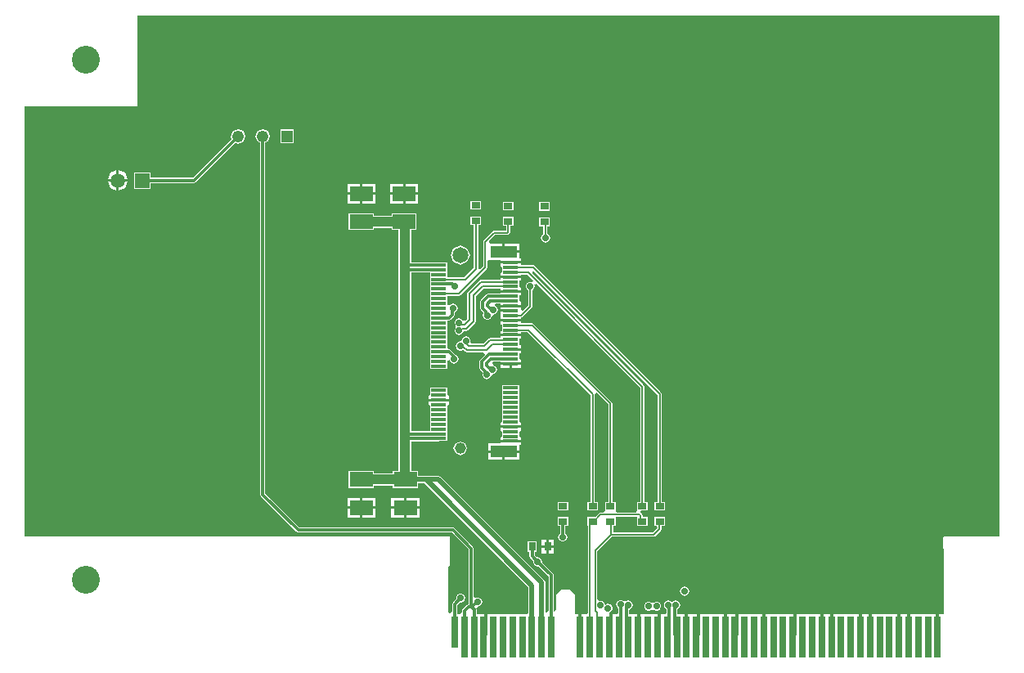
<source format=gbl>
G04*
G04 #@! TF.GenerationSoftware,Altium Limited,Altium Designer,20.0.13 (296)*
G04*
G04 Layer_Physical_Order=4*
G04 Layer_Color=16711680*
%FSLAX44Y44*%
%MOMM*%
G71*
G01*
G75*
%ADD10C,0.2000*%
%ADD13R,0.7000X4.2000*%
%ADD14R,0.7000X3.2000*%
%ADD15C,1.6500*%
%ADD16C,1.1500*%
%ADD17C,1.2180*%
%ADD18R,1.2180X1.2180*%
%ADD19R,1.5000X1.5000*%
%ADD20C,1.5000*%
%ADD21C,2.8800*%
%ADD22C,3.2000*%
%ADD23C,0.3000*%
%ADD24C,0.5000*%
%ADD25C,0.7000*%
%ADD36R,2.7500X1.2000*%
%ADD37R,1.5500X0.3000*%
%ADD38R,0.9000X0.7000*%
%ADD39R,0.7000X0.9000*%
%ADD40R,2.4000X1.5000*%
%ADD41C,1.0000*%
G36*
X1020588Y138582D02*
X963000D01*
X962235Y138265D01*
X961918Y137500D01*
Y127500D01*
X962235Y126735D01*
X963000Y126418D01*
X962990Y58557D01*
X689286Y58562D01*
X686976Y58743D01*
Y63106D01*
X687054Y63293D01*
X688944Y64076D01*
X690371Y67520D01*
X688944Y70964D01*
X685500Y72391D01*
X683417Y71528D01*
X681500Y71091D01*
X679583Y71528D01*
X677500Y72391D01*
X674056Y70964D01*
X672629Y67520D01*
X674056Y64076D01*
X675947Y63293D01*
X676024Y63106D01*
Y61062D01*
X676006Y60312D01*
X674256Y58562D01*
X639286Y58563D01*
X636976Y58743D01*
Y62986D01*
X639657Y64097D01*
X641084Y67541D01*
X639657Y70985D01*
X636213Y72412D01*
X634372Y71649D01*
X631651Y71686D01*
X628207Y73113D01*
X624763Y71686D01*
X623336Y68242D01*
X624763Y64798D01*
X626024Y64275D01*
Y61063D01*
X626005Y60312D01*
X624256Y58563D01*
X619902Y58563D01*
X618924Y61063D01*
X620201Y64146D01*
X618774Y67590D01*
X615330Y69017D01*
X612314Y67768D01*
X610944Y71074D01*
X607500Y72501D01*
X606163Y71947D01*
X604085Y73336D01*
Y123113D01*
X619357Y138385D01*
X662740D01*
X664271Y139019D01*
X670201Y144949D01*
X670835Y146480D01*
Y149700D01*
X674180D01*
Y158700D01*
X663180D01*
Y149700D01*
X666079D01*
X666329Y147200D01*
X661843Y142715D01*
X620625D01*
Y149700D01*
X623240D01*
Y158700D01*
X625469Y159355D01*
X643081D01*
X645310Y158700D01*
Y149700D01*
X656310D01*
Y158700D01*
X651105D01*
Y160348D01*
X650471Y161879D01*
X649299Y163051D01*
X648939Y163200D01*
X649436Y165700D01*
X656310D01*
Y174700D01*
X652975D01*
Y293940D01*
X652341Y295471D01*
X536690Y411121D01*
X537513Y413834D01*
X538148Y413960D01*
X666515Y285593D01*
Y174700D01*
X663180D01*
Y165700D01*
X674180D01*
Y174700D01*
X670845D01*
Y286490D01*
X670211Y288021D01*
X539201Y419031D01*
X537670Y419665D01*
X524790D01*
Y421230D01*
X514500D01*
X504210D01*
Y418460D01*
X504210D01*
X505750Y416920D01*
X505750Y415000D01*
X505750Y413080D01*
X504210Y411540D01*
X504210D01*
Y408770D01*
X514500D01*
X524790D01*
Y410055D01*
X531633D01*
X537846Y403843D01*
X536430Y401723D01*
X534770Y402411D01*
X531326Y400984D01*
X529899Y397540D01*
X531326Y394096D01*
X532605Y393566D01*
Y378003D01*
X527100Y372497D01*
X525471Y373172D01*
X524790Y373723D01*
Y376230D01*
X514500D01*
X504210D01*
Y373770D01*
X514500D01*
Y371230D01*
X504210D01*
Y368460D01*
X504210D01*
Y366540D01*
X504210D01*
Y363770D01*
X514500D01*
X524790D01*
Y365335D01*
X525164D01*
X526695Y365969D01*
X536301Y375575D01*
X536935Y377106D01*
Y393566D01*
X538214Y394096D01*
X539641Y397540D01*
X538953Y399200D01*
X541073Y400616D01*
X648645Y293043D01*
Y174700D01*
X645310D01*
Y166185D01*
X645310Y165700D01*
X644140Y163685D01*
X624410D01*
X623240Y165700D01*
X623240Y166185D01*
Y174700D01*
X619905D01*
Y276500D01*
X619271Y278031D01*
X538271Y359031D01*
X536740Y359665D01*
X524790D01*
Y361230D01*
X514500D01*
X504210D01*
Y358460D01*
X505750D01*
Y351540D01*
X504210D01*
Y348770D01*
X514500D01*
X524790D01*
Y350035D01*
X532183D01*
X597185Y285033D01*
Y174700D01*
X593850D01*
Y165700D01*
X604850D01*
Y174700D01*
X601515D01*
Y285930D01*
X601375Y286268D01*
X603494Y287684D01*
X615575Y275603D01*
Y174700D01*
X612240D01*
Y166185D01*
X612240Y165700D01*
X611070Y163685D01*
X607670D01*
X606139Y163051D01*
X601788Y158700D01*
X593850D01*
Y149700D01*
X594335D01*
Y60332D01*
X592567Y58564D01*
X581090Y58564D01*
X581090Y78390D01*
X575510Y83970D01*
X567450Y83970D01*
X561890Y78410D01*
X561890Y62778D01*
X559390Y61108D01*
X559206Y61184D01*
Y98590D01*
X558413Y100503D01*
X546935Y111982D01*
X547241Y112720D01*
X545814Y116164D01*
X542370Y117591D01*
X541632Y117285D01*
X539396Y119521D01*
Y122710D01*
X541190D01*
Y133710D01*
X532190D01*
Y122710D01*
X533984D01*
Y118400D01*
X534777Y116487D01*
X537805Y113458D01*
X537499Y112720D01*
X538926Y109276D01*
X542370Y107849D01*
X543108Y108155D01*
X553794Y97469D01*
Y61587D01*
X551487Y59866D01*
X550288Y60362D01*
Y91050D01*
X549179Y93729D01*
X549179Y93729D01*
X442579Y200329D01*
X439900Y201438D01*
X439900Y201438D01*
X427090D01*
X427090Y201438D01*
X427090Y201438D01*
X418500D01*
Y206150D01*
X411304D01*
Y237294D01*
X440000D01*
X440497Y237500D01*
X448750D01*
Y245000D01*
X448750Y247500D01*
X448750D01*
Y247500D01*
X448750D01*
Y257500D01*
X448750Y262500D01*
X448750Y265000D01*
X448750Y272500D01*
X448750Y274420D01*
X450290Y275960D01*
X450290D01*
Y278730D01*
X440000D01*
X429710D01*
Y275960D01*
X429710D01*
X431250Y274420D01*
X431250Y272500D01*
X431250Y270000D01*
X431250Y262500D01*
X431250Y260000D01*
Y247706D01*
X411304D01*
Y412294D01*
X431250D01*
Y400000D01*
X431250Y397500D01*
X431250D01*
Y397500D01*
X431250D01*
Y392500D01*
X431250Y387500D01*
X431250Y385000D01*
Y377500D01*
X431250Y372500D01*
X431250Y370000D01*
Y365000D01*
X431250Y362500D01*
X431250D01*
Y362500D01*
X431250D01*
Y352500D01*
X431250Y347500D01*
X431250Y345000D01*
X431250Y337500D01*
X431250Y335000D01*
Y327500D01*
X431250Y322500D01*
X431250Y320000D01*
Y312500D01*
X448750D01*
Y317500D01*
X448750Y321111D01*
X451250Y321608D01*
X452386Y318866D01*
X455830Y317439D01*
X459274Y318866D01*
X460701Y322310D01*
X459274Y325754D01*
X457475Y326499D01*
X456978Y327699D01*
X452764Y331913D01*
X450850Y332706D01*
X450518D01*
X448750Y334474D01*
X448750Y337500D01*
X448750Y340000D01*
X448750Y347500D01*
X448750Y350000D01*
Y362294D01*
X450690D01*
X452603Y363087D01*
X455958Y366441D01*
X456751Y368355D01*
Y370863D01*
X458254Y371486D01*
X459681Y374930D01*
X458254Y378374D01*
X454810Y379801D01*
X451366Y378374D01*
X451250Y378094D01*
X448750Y378592D01*
Y382500D01*
X448750Y387500D01*
X451111Y387835D01*
X460810D01*
X462341Y388469D01*
X489541Y415669D01*
X490175Y417200D01*
Y422785D01*
X490960Y424960D01*
X492675Y424960D01*
X504210D01*
Y423770D01*
X514500D01*
X524790D01*
Y426540D01*
X523540D01*
Y432230D01*
X507250D01*
Y433500D01*
X505980D01*
Y442040D01*
X493057D01*
X492021Y444540D01*
X498297Y450815D01*
X510778D01*
X512309Y451449D01*
X513481Y452621D01*
X514115Y454152D01*
Y460430D01*
X517450D01*
Y469430D01*
X506450D01*
Y460430D01*
X509785D01*
Y455145D01*
X497400D01*
X495869Y454511D01*
X486479Y445121D01*
X485845Y443590D01*
Y418097D01*
X483064Y415316D01*
X482213Y415579D01*
X480755Y416542D01*
Y440802D01*
X480735Y440850D01*
Y461130D01*
X484070D01*
Y470130D01*
X473070D01*
Y461130D01*
X476405D01*
Y440821D01*
X476425Y440773D01*
Y416927D01*
X466663Y407165D01*
X448750D01*
Y412500D01*
X448750D01*
X448750Y415000D01*
Y422500D01*
X440497D01*
X440000Y422706D01*
X411304D01*
Y456110D01*
X417120D01*
Y473110D01*
X391120D01*
Y471104D01*
X372860D01*
Y473110D01*
X346860D01*
Y456110D01*
X372860D01*
Y458116D01*
X391120D01*
Y456110D01*
X398316D01*
Y420190D01*
Y415070D01*
Y245340D01*
Y239900D01*
Y206150D01*
X392500D01*
Y204144D01*
X372860D01*
Y206150D01*
X346860D01*
Y189150D01*
X372860D01*
Y191156D01*
X392500D01*
Y189150D01*
X418500D01*
Y193862D01*
X425521D01*
X532712Y86671D01*
Y60333D01*
X530944Y58565D01*
X479206Y58566D01*
Y63290D01*
X478988Y63815D01*
X480610Y65849D01*
X484054Y67276D01*
X485481Y70720D01*
X484054Y74164D01*
X480610Y75591D01*
X478869Y74869D01*
X476369Y76540D01*
Y126507D01*
X475576Y128421D01*
X456703Y147293D01*
X454790Y148086D01*
X295661D01*
X260406Y183341D01*
Y546617D01*
X263126Y547743D01*
X265374Y553170D01*
X263126Y558596D01*
X257700Y560844D01*
X252274Y558596D01*
X250026Y553170D01*
X252274Y547743D01*
X254994Y546617D01*
Y182220D01*
X255787Y180307D01*
X292627Y143467D01*
X294540Y142674D01*
X453669D01*
X470957Y125386D01*
Y68742D01*
X469264Y68041D01*
X464586Y63363D01*
X463794Y61450D01*
Y60334D01*
X462026Y58566D01*
X459206Y58566D01*
Y67519D01*
X462022Y70335D01*
X462760Y70029D01*
X466204Y71456D01*
X467631Y74900D01*
X466204Y78344D01*
X462760Y79771D01*
X459316Y78344D01*
X457889Y74900D01*
X458195Y74162D01*
X454586Y70553D01*
X453794Y68640D01*
Y60940D01*
X451754Y59223D01*
X449990Y59686D01*
X449990Y107445D01*
X450209Y107664D01*
X450657Y107849D01*
X450657Y107850D01*
X450974Y107981D01*
X450974Y107981D01*
X451269Y108276D01*
X451269Y108276D01*
X451586Y109041D01*
X451586Y109041D01*
X451586Y109593D01*
X451586Y136948D01*
Y137202D01*
Y137202D01*
X451586Y137600D01*
X451586Y137600D01*
X451504Y137799D01*
Y138014D01*
X451504Y138014D01*
X451427Y138200D01*
X451286Y138341D01*
Y138341D01*
X451285Y138342D01*
X451275Y138352D01*
X451269Y138366D01*
X451269Y138366D01*
X451192Y138551D01*
X451051Y138693D01*
X450852Y138775D01*
X450700Y138927D01*
X450515Y139004D01*
X450514Y139004D01*
X450299Y139004D01*
X450101Y139086D01*
X450100Y139086D01*
X449094Y139086D01*
X11082D01*
Y583918D01*
X127000D01*
X127765Y584235D01*
X128082Y585000D01*
Y677918D01*
X1020588D01*
Y138582D01*
D02*
G37*
%LPC*%
G36*
X290190Y560260D02*
X276010D01*
Y546080D01*
X290190D01*
Y560260D01*
D02*
G37*
G36*
X232300Y560844D02*
X226873Y558596D01*
X224626Y553170D01*
X225753Y550449D01*
X185459Y510156D01*
X141570D01*
Y515950D01*
X124570D01*
Y498950D01*
X141570D01*
Y504744D01*
X186580D01*
X188493Y505537D01*
X229580Y546623D01*
X232300Y545496D01*
X237726Y547743D01*
X239974Y553170D01*
X237726Y558596D01*
X232300Y560844D01*
D02*
G37*
G36*
X108940Y517791D02*
Y508720D01*
X118011D01*
X115354Y515134D01*
X108940Y517791D01*
D02*
G37*
G36*
X106400Y517791D02*
X99986Y515134D01*
X97329Y508720D01*
X106400D01*
Y517791D01*
D02*
G37*
G36*
X118011Y506180D02*
X108940D01*
Y497109D01*
X115354Y499766D01*
X118011Y506180D01*
D02*
G37*
G36*
X106400D02*
X97329D01*
X99986Y499766D01*
X106400Y497109D01*
Y506180D01*
D02*
G37*
G36*
X418660Y503650D02*
X405390D01*
Y494880D01*
X418660D01*
Y503650D01*
D02*
G37*
G36*
X402850D02*
X389580D01*
Y494880D01*
X402850D01*
Y503650D01*
D02*
G37*
G36*
X374400D02*
X361130D01*
Y494880D01*
X374400D01*
Y503650D01*
D02*
G37*
G36*
X358590D02*
X345320D01*
Y494880D01*
X358590D01*
Y503650D01*
D02*
G37*
G36*
X418660Y492340D02*
X405390D01*
Y483570D01*
X418660D01*
Y492340D01*
D02*
G37*
G36*
X402850D02*
X389580D01*
Y483570D01*
X402850D01*
Y492340D01*
D02*
G37*
G36*
X374400D02*
X361130D01*
Y483570D01*
X374400D01*
Y492340D01*
D02*
G37*
G36*
X358590D02*
X345320D01*
Y483570D01*
X358590D01*
Y492340D01*
D02*
G37*
G36*
X484070Y486130D02*
X473070D01*
Y477130D01*
X484070D01*
Y486130D01*
D02*
G37*
G36*
X517450Y485430D02*
X506450D01*
Y476430D01*
X517450D01*
Y485430D01*
D02*
G37*
G36*
X555050Y485080D02*
X544050D01*
Y476080D01*
X555050D01*
Y485080D01*
D02*
G37*
G36*
Y469080D02*
X544050D01*
Y460080D01*
X548285D01*
Y452004D01*
X547006Y451474D01*
X545579Y448030D01*
X547006Y444586D01*
X550450Y443159D01*
X553894Y444586D01*
X555321Y448030D01*
X553894Y451474D01*
X552615Y452004D01*
Y460080D01*
X555050D01*
Y469080D01*
D02*
G37*
G36*
X523540Y442040D02*
X508520D01*
Y434770D01*
X523540D01*
Y442040D01*
D02*
G37*
G36*
X462250Y440012D02*
X455170Y437080D01*
X452238Y430000D01*
X455170Y422920D01*
X462250Y419988D01*
X469330Y422920D01*
X472262Y430000D01*
X469330Y437080D01*
X462250Y440012D01*
D02*
G37*
G36*
X524790Y406230D02*
X514500D01*
X504210D01*
Y404435D01*
X483289D01*
X481759Y403801D01*
X470069Y392111D01*
X469435Y390580D01*
Y364327D01*
X467296Y362188D01*
X464844Y362675D01*
X464484Y363544D01*
X461040Y364971D01*
X457596Y363544D01*
X456169Y360100D01*
X457032Y358017D01*
X457469Y356100D01*
X457032Y354183D01*
X456169Y352100D01*
X457596Y348656D01*
X461040Y347229D01*
X464484Y348656D01*
X465731Y351665D01*
X468420D01*
X469951Y352299D01*
X477671Y360019D01*
X478305Y361549D01*
Y387803D01*
X486067Y395565D01*
X504210D01*
Y393770D01*
X514500D01*
X524790D01*
Y396540D01*
X524790D01*
X523250Y398080D01*
X523250Y400000D01*
X523250D01*
Y400000D01*
X523250D01*
Y403460D01*
X524790D01*
Y406230D01*
D02*
G37*
G36*
Y391230D02*
X514500D01*
X504210D01*
Y390206D01*
X491095D01*
X489181Y389413D01*
X483383Y383615D01*
X482591Y381702D01*
Y375075D01*
X483383Y373161D01*
X486396Y370149D01*
X486608Y369636D01*
X485769Y367610D01*
X487196Y364166D01*
X490640Y362739D01*
X494084Y364166D01*
X494947Y366249D01*
X495993Y367914D01*
X497658Y368960D01*
X499741Y369823D01*
X501168Y373267D01*
X499741Y376711D01*
X498334Y377294D01*
X498831Y379794D01*
X504210D01*
Y378770D01*
X514500D01*
X524790D01*
Y381540D01*
X524790D01*
X523250Y383080D01*
X523250Y385000D01*
X523250D01*
Y385000D01*
X523250D01*
Y388460D01*
X524790D01*
Y391230D01*
D02*
G37*
G36*
Y346230D02*
X514500D01*
X504210D01*
Y344435D01*
X493399D01*
X491868Y343801D01*
X486438Y338371D01*
X474008D01*
X472619Y340449D01*
X472979Y341318D01*
X471553Y344762D01*
X468108Y346189D01*
X464664Y344762D01*
X463801Y342679D01*
X462755Y341015D01*
X461091Y339969D01*
X459007Y339106D01*
X457581Y335662D01*
X459007Y332217D01*
X462451Y330791D01*
X465461Y332037D01*
X467363Y330135D01*
X468894Y329501D01*
X486524D01*
X487559Y327001D01*
X482633Y322075D01*
X481841Y320162D01*
Y313535D01*
X482633Y311621D01*
X485646Y308609D01*
X485858Y308096D01*
X485019Y306070D01*
X486446Y302626D01*
X489890Y301199D01*
X493334Y302626D01*
X494197Y304709D01*
X495243Y306374D01*
X496908Y307420D01*
X498991Y308283D01*
X500418Y311727D01*
X498991Y315171D01*
X496755Y316097D01*
X495585Y318907D01*
X496133Y319794D01*
X504210D01*
Y318770D01*
X514500D01*
X524790D01*
Y321540D01*
X524790D01*
X523250Y323080D01*
X523250Y325000D01*
X523250D01*
Y325000D01*
X523250D01*
Y328460D01*
X524790D01*
Y331230D01*
X514500D01*
Y333770D01*
X524790D01*
Y336540D01*
X523250D01*
Y343460D01*
X524790D01*
Y346230D01*
D02*
G37*
G36*
Y316230D02*
X515770D01*
Y313460D01*
X524790D01*
Y316230D01*
D02*
G37*
G36*
X513230D02*
X504210D01*
Y313460D01*
X513230D01*
Y316230D01*
D02*
G37*
G36*
X448750Y292500D02*
X431250D01*
X431250Y287500D01*
X431250Y285580D01*
X429710Y284040D01*
X429710D01*
Y281270D01*
X440000D01*
X450290D01*
Y284040D01*
X450290D01*
X448750Y285580D01*
X448750Y287500D01*
X448750Y290000D01*
Y292500D01*
D02*
G37*
G36*
X523250Y295000D02*
X505750D01*
Y290000D01*
X505750Y285000D01*
X505750Y282500D01*
X505750Y275000D01*
X505750Y272500D01*
Y265000D01*
X505750Y260000D01*
X505750Y258080D01*
X504210Y256540D01*
X504210D01*
Y253770D01*
X514500D01*
X524790D01*
Y256540D01*
X524790D01*
X523250Y258080D01*
X523250Y260000D01*
X523250Y262500D01*
Y270000D01*
X523250Y275000D01*
X523250Y277500D01*
X523250Y285000D01*
X523250Y287500D01*
Y290000D01*
Y295000D01*
D02*
G37*
G36*
X524790Y251230D02*
X514500D01*
X504210D01*
Y248460D01*
X504210D01*
X505750Y246920D01*
X505750Y245000D01*
X505750Y243080D01*
X504210Y241540D01*
X504210D01*
Y238770D01*
X514500D01*
X524790D01*
Y241540D01*
X524790D01*
X523250Y243080D01*
X523250Y245000D01*
X523250Y246920D01*
X524790Y248460D01*
X524790D01*
Y251230D01*
D02*
G37*
G36*
Y236230D02*
X514500D01*
X504210D01*
Y235040D01*
X490960D01*
Y227770D01*
X507250D01*
X523540D01*
Y233460D01*
X524790D01*
Y236230D01*
D02*
G37*
G36*
X462250Y237306D02*
X457084Y235166D01*
X454944Y230000D01*
X457084Y224834D01*
X462250Y222694D01*
X467416Y224834D01*
X469556Y230000D01*
X467416Y235166D01*
X462250Y237306D01*
D02*
G37*
G36*
X523540Y225230D02*
X508520D01*
Y217960D01*
X523540D01*
Y225230D01*
D02*
G37*
G36*
X505980D02*
X490960D01*
Y217960D01*
X505980D01*
Y225230D01*
D02*
G37*
G36*
X420040Y178690D02*
X406770D01*
Y169920D01*
X420040D01*
Y178690D01*
D02*
G37*
G36*
X374400D02*
X361130D01*
Y169920D01*
X374400D01*
Y178690D01*
D02*
G37*
G36*
X358590D02*
X345320D01*
Y169920D01*
X358590D01*
Y178690D01*
D02*
G37*
G36*
X404230D02*
X390960D01*
Y169920D01*
X404230D01*
Y178690D01*
D02*
G37*
G36*
X573930Y174750D02*
X562930D01*
Y165750D01*
X573930D01*
Y174750D01*
D02*
G37*
G36*
X420040Y167380D02*
X406770D01*
Y158610D01*
X420040D01*
Y167380D01*
D02*
G37*
G36*
X404230D02*
X390960D01*
Y158610D01*
X404230D01*
Y167380D01*
D02*
G37*
G36*
X374400D02*
X361130D01*
Y158610D01*
X374400D01*
Y167380D01*
D02*
G37*
G36*
X358590D02*
X345320D01*
Y158610D01*
X358590D01*
Y167380D01*
D02*
G37*
G36*
X573930Y158750D02*
X562930D01*
Y149750D01*
X565614D01*
Y141990D01*
X564876Y141684D01*
X563449Y138240D01*
X564876Y134796D01*
X568320Y133369D01*
X571764Y134796D01*
X573191Y138240D01*
X571764Y141684D01*
X571026Y141990D01*
Y149750D01*
X573930D01*
Y158750D01*
D02*
G37*
G36*
X558730Y135250D02*
X553960D01*
Y129480D01*
X558730D01*
Y135250D01*
D02*
G37*
G36*
X551420D02*
X546650D01*
Y129480D01*
X551420D01*
Y135250D01*
D02*
G37*
G36*
X558730Y126940D02*
X553960D01*
Y121170D01*
X558730D01*
Y126940D01*
D02*
G37*
G36*
X551420D02*
X546650D01*
Y121170D01*
X551420D01*
Y126940D01*
D02*
G37*
G36*
X694460Y86861D02*
X691016Y85434D01*
X689589Y81990D01*
X691016Y78546D01*
X694460Y77119D01*
X697904Y78546D01*
X699331Y81990D01*
X697904Y85434D01*
X694460Y86861D01*
D02*
G37*
G36*
X665480Y71281D02*
X662036Y69854D01*
X660924Y69854D01*
X657480Y71281D01*
X654036Y69854D01*
X652609Y66410D01*
X654036Y62966D01*
X657480Y61539D01*
X660924Y62966D01*
X662036Y62966D01*
X665480Y61539D01*
X668924Y62966D01*
X670351Y66410D01*
X668924Y69854D01*
X665480Y71281D01*
D02*
G37*
%LPD*%
D10*
X601920Y62150D02*
X604000Y60070D01*
X601920Y62150D02*
Y124010D01*
X618460Y140550D01*
X514780Y412220D02*
X532530D01*
X650810Y170200D02*
Y293940D01*
X532530Y412220D02*
X650810Y293940D01*
X534770Y377106D02*
Y397540D01*
X525164Y367500D02*
X534770Y377106D01*
X514500Y367500D02*
X525164D01*
X467560Y405000D02*
X478590Y416030D01*
X440000Y405000D02*
X467560D01*
X478590Y416030D02*
Y440802D01*
X488010Y443590D02*
X497400Y452980D01*
X478570Y440821D02*
X478590Y440802D01*
X478570Y440821D02*
Y465630D01*
X488010Y417200D02*
Y443590D01*
X497400Y452980D02*
X510778D01*
X511950Y454152D02*
Y464930D01*
X510778Y452980D02*
X511950Y454152D01*
X460810Y390000D02*
X488010Y417200D01*
X440000Y390000D02*
X460810D01*
X549550Y464580D02*
X550450Y463680D01*
Y448030D02*
Y463680D01*
X537670Y417500D02*
X668680Y286490D01*
X514500Y417500D02*
X537670D01*
X668680Y170200D02*
Y286490D01*
X514500Y412500D02*
X514780Y412220D01*
X514500Y357500D02*
X536740D01*
X617740Y170200D02*
Y276500D01*
X536740Y357500D02*
X617740Y276500D01*
X514800Y352200D02*
X533080D01*
X599350Y285930D01*
Y170200D02*
Y285930D01*
X514500Y352500D02*
X514800Y352200D01*
X607670Y161520D02*
X647768D01*
X648940Y156070D02*
X650810Y154200D01*
X648940Y156070D02*
Y160348D01*
X647768Y161520D02*
X648940Y160348D01*
X599350Y154200D02*
X600350D01*
X607670Y161520D01*
X596500Y35000D02*
Y151700D01*
X599000Y154200D01*
X599350D01*
X668670Y154190D02*
X668680Y154200D01*
X668670Y146480D02*
Y154190D01*
X662740Y140550D02*
X668670Y146480D01*
X618460Y140550D02*
X662740D01*
X617740Y154200D02*
X618460Y153480D01*
Y140550D02*
Y153480D01*
X604000Y37500D02*
Y60070D01*
Y37500D02*
X606500Y35000D01*
X461040Y352100D02*
X462393D01*
X461040Y360100D02*
X462393D01*
X464123Y358370D01*
X462393Y352100D02*
X464123Y353830D01*
X514270Y397730D02*
X514500Y397500D01*
X485170Y397730D02*
X514270D01*
X476140Y388700D02*
X485170Y397730D01*
X514270Y402270D02*
X514500Y402500D01*
X483289Y402270D02*
X514270D01*
X471600Y390580D02*
X483289Y402270D01*
X464123Y353830D02*
X468420D01*
X476140Y361549D02*
Y388700D01*
X471600Y363430D02*
Y390580D01*
X468420Y353830D02*
X476140Y361549D01*
X466540Y358370D02*
X471600Y363430D01*
X464123Y358370D02*
X466540D01*
X514088Y337730D02*
X514500Y337318D01*
X468894Y331666D02*
X489216D01*
X495280Y337730D02*
X514088D01*
X463408Y334705D02*
X465855D01*
X468894Y331666D01*
X487335Y336206D02*
X493399Y342270D01*
X470774Y336206D02*
X487335D01*
X514270Y342270D02*
X514500Y342500D01*
X462451Y335662D02*
X463408Y334705D01*
X489216Y331666D02*
X495280Y337730D01*
X469065Y337915D02*
Y340362D01*
X493399Y342270D02*
X514270D01*
X469065Y337915D02*
X470774Y336206D01*
X468108Y341318D02*
X469065Y340362D01*
D13*
X706500Y35000D02*
D03*
X686500D02*
D03*
X656500D02*
D03*
X786500D02*
D03*
X756500D02*
D03*
X726500D02*
D03*
X736500D02*
D03*
X776500D02*
D03*
X746500D02*
D03*
X676500D02*
D03*
X696500D02*
D03*
X766500D02*
D03*
X666500D02*
D03*
X716500D02*
D03*
X636500D02*
D03*
X536500D02*
D03*
X626500D02*
D03*
X596500D02*
D03*
X466500D02*
D03*
X486500D02*
D03*
X556500D02*
D03*
X526500D02*
D03*
X586500D02*
D03*
X616500D02*
D03*
X506500D02*
D03*
X516500D02*
D03*
X546500D02*
D03*
X476500D02*
D03*
X496500D02*
D03*
X606500D02*
D03*
X646500D02*
D03*
X816500D02*
D03*
X866500D02*
D03*
X856500D02*
D03*
X946500D02*
D03*
X886500D02*
D03*
X836500D02*
D03*
X896500D02*
D03*
X806500D02*
D03*
X906500D02*
D03*
X796500D02*
D03*
X926500D02*
D03*
X826500D02*
D03*
X876500D02*
D03*
X916500D02*
D03*
X846500D02*
D03*
X936500D02*
D03*
X956500D02*
D03*
D14*
X456500Y40000D02*
D03*
D15*
X462250Y430000D02*
D03*
D16*
Y230000D02*
D03*
D17*
X232300Y553170D02*
D03*
X257700D02*
D03*
D18*
X283100D02*
D03*
D19*
X133070Y507450D02*
D03*
D20*
X107670D02*
D03*
D21*
X75000Y93500D02*
D03*
Y632500D02*
D03*
D22*
X206520Y330520D02*
D03*
X756520D02*
D03*
D23*
X440000Y330000D02*
X450850D01*
X455065Y325786D01*
Y323075D02*
Y325786D01*
Y323075D02*
X455830Y322310D01*
X440000Y365000D02*
X450690D01*
X454045Y368355D01*
Y374165D01*
X621330Y61661D02*
Y78380D01*
X618500Y58831D02*
X621330Y61661D01*
X619790Y79920D02*
X621330Y78380D01*
X294540Y145380D02*
X454790D01*
X257700Y182220D02*
X294540Y145380D01*
X257700Y182220D02*
Y553170D01*
X473663Y67290D02*
Y126507D01*
X454790Y145380D02*
X473663Y126507D01*
Y66127D02*
Y67290D01*
X133070Y507450D02*
X186580D01*
X232300Y553170D01*
X618500Y37000D02*
Y58831D01*
X776660Y35160D02*
Y63030D01*
X780345Y66715D02*
X787805D01*
X776660Y63030D02*
X780345Y66715D01*
X776500Y35000D02*
X776660Y35160D01*
X787805Y66715D02*
X788570Y67480D01*
X956500Y35000D02*
Y69100D01*
X954780Y70820D02*
X956500Y69100D01*
X634270Y65598D02*
X636213Y67541D01*
X628730Y61037D02*
Y68242D01*
X586500Y35000D02*
Y71060D01*
X587660Y72220D01*
X486500Y35000D02*
X488350Y36850D01*
Y60500D01*
X495980Y68130D01*
X479528Y70720D02*
X480610D01*
X476098Y67290D02*
X479528Y70720D01*
X474825Y67290D02*
X476098D01*
X473663Y66127D02*
X474825Y67290D01*
X404880Y415000D02*
X440000D01*
X404810Y415070D02*
X404880Y415000D01*
X405000Y420000D02*
X440000D01*
X404810Y420190D02*
X405000Y420000D01*
X405150Y245000D02*
X440000D01*
X404810Y245340D02*
X405150Y245000D01*
X404910Y240000D02*
X440000D01*
X404810Y239900D02*
X404910Y240000D01*
X466500Y61450D02*
X471177Y66127D01*
X476500Y35000D02*
Y63290D01*
X473663Y66127D02*
X476500Y63290D01*
X471177Y66127D02*
X473663D01*
X466500Y35000D02*
Y61450D01*
X456500Y40000D02*
Y68640D01*
X462760Y74900D01*
X454045Y374165D02*
X454810Y374930D01*
X542370Y112720D02*
X556500Y98590D01*
X536690Y118400D02*
X542370Y112720D01*
X536690Y118400D02*
Y128210D01*
X556500Y35000D02*
Y98590D01*
X568320Y154140D02*
X568430Y154250D01*
X568320Y138240D02*
Y154140D01*
X669790Y72589D02*
X671480Y70899D01*
Y61530D02*
Y70899D01*
X669790Y72589D02*
Y83040D01*
X666500Y35000D02*
X668500Y37000D01*
Y58550D01*
X671480Y61530D01*
X646500Y35000D02*
X646845Y35345D01*
Y77985D01*
X647190Y78330D01*
X616500Y35000D02*
X618500Y37000D01*
X716770Y68870D02*
X716940Y68700D01*
X704630Y68870D02*
X716770D01*
X696500Y35000D02*
Y60740D01*
X704630Y68870D01*
X706500Y35000D02*
X708500Y37000D01*
Y60260D01*
X716940Y68700D01*
X736500Y35000D02*
X736695Y35195D01*
Y68675D01*
X736890Y68870D01*
X746500Y35000D02*
X748500Y37000D01*
Y60370D01*
X757180Y69050D01*
X806500Y35000D02*
X808500Y37000D01*
Y59850D01*
X816310Y67660D01*
X836500Y35000D02*
Y61618D01*
X841460Y66578D01*
Y67660D01*
X846500Y35000D02*
Y61538D01*
X841460Y66578D02*
X846500Y61538D01*
X926500Y35000D02*
Y62996D01*
X932040Y68536D01*
Y68770D01*
X916500Y35000D02*
Y58750D01*
X906560Y68690D02*
X916500Y58750D01*
X886500Y35000D02*
X886880Y35380D01*
Y68310D01*
X887260Y68690D01*
X876500Y35000D02*
Y60140D01*
X868560Y68080D02*
X876500Y60140D01*
X440000Y400000D02*
X454028D01*
X455878Y398150D01*
X456960D01*
X489044Y370289D02*
Y371328D01*
X490297Y377146D02*
X492579Y374863D01*
X485297Y375075D02*
Y381702D01*
X490297Y377146D02*
Y379631D01*
X489044Y370289D02*
X490640Y368692D01*
X493618Y374863D02*
X495215Y373267D01*
X485297Y381702D02*
X491095Y387500D01*
X495215Y373267D02*
X496297D01*
X485297Y375075D02*
X489044Y371328D01*
X490297Y379631D02*
X493166Y382500D01*
X492579Y374863D02*
X493618D01*
X490640Y367610D02*
Y368692D01*
X491095Y387500D02*
X514500D01*
X493166Y382500D02*
X514500D01*
X484547Y313535D02*
X488294Y309788D01*
X484547Y320162D02*
X491885Y327500D01*
X489547Y315606D02*
X491829Y313323D01*
X491885Y327500D02*
X514500D01*
X491829Y313323D02*
X492868D01*
X494464Y311727D01*
X484547Y313535D02*
Y320162D01*
X488294Y308749D02*
X489890Y307152D01*
X489547Y315606D02*
Y318091D01*
X488294Y308749D02*
Y309788D01*
X489547Y318091D02*
X493956Y322500D01*
X514500D01*
X678500Y56027D02*
X678730Y56257D01*
X678500Y37000D02*
Y56027D01*
X676500Y35000D02*
X678500Y37000D01*
X684270Y56257D02*
X684500Y56027D01*
X684270Y56257D02*
Y58743D01*
X684270Y58743D01*
X678730Y56257D02*
Y61037D01*
X684270Y58743D02*
Y63763D01*
X684735Y64227D01*
Y66755D01*
X685500Y67520D01*
X677500D02*
X678265Y66755D01*
Y64227D02*
Y66755D01*
Y64227D02*
X678730Y63763D01*
Y61037D02*
Y63763D01*
X678730Y61037D02*
X678730Y61037D01*
X684500Y37000D02*
X686500Y35000D01*
X684500Y37000D02*
Y56027D01*
X628730Y61037D02*
X628730Y61037D01*
X628730Y56257D02*
Y61037D01*
X628500Y56027D02*
X628730Y56257D01*
X628500Y37000D02*
Y56027D01*
X626500Y35000D02*
X628500Y37000D01*
X634500D02*
X636500Y35000D01*
X634270Y58743D02*
Y65598D01*
X634270Y56257D02*
X634500Y56027D01*
Y37000D02*
Y56027D01*
X634270Y58743D02*
X634270Y58743D01*
X634270Y56257D02*
Y58743D01*
X489890Y306070D02*
Y307152D01*
X494464Y311727D02*
X495547D01*
D24*
X427090Y197650D02*
X439900D01*
X405500D02*
X427090D01*
X536500Y35000D02*
Y88240D01*
X427090Y197650D02*
X536500Y88240D01*
X359860Y197650D02*
X360130Y197380D01*
X381510D01*
X439900Y197650D02*
X546500Y91050D01*
Y35000D02*
Y91050D01*
D25*
X619790Y79920D02*
D03*
X615330Y64146D02*
D03*
X636213Y67541D02*
D03*
X628207Y68242D02*
D03*
X607500Y67630D02*
D03*
X480610Y70720D02*
D03*
X381510Y197380D02*
D03*
X462760Y74900D02*
D03*
X454810Y374930D02*
D03*
X455830Y322310D02*
D03*
X542370Y112720D02*
D03*
X568320Y138240D02*
D03*
X669790Y83040D02*
D03*
X657480Y66410D02*
D03*
X665480D02*
D03*
X647190Y78330D02*
D03*
X716940Y68700D02*
D03*
X736890Y68870D02*
D03*
X757180Y69050D02*
D03*
X788570Y67480D02*
D03*
X816310Y67660D02*
D03*
X841460D02*
D03*
X868560Y68080D02*
D03*
X887260Y68690D02*
D03*
X906560D02*
D03*
X932040Y68770D02*
D03*
X933750Y97730D02*
D03*
X694460Y81990D02*
D03*
X534770Y397540D02*
D03*
X456960Y398150D02*
D03*
X550450Y448030D02*
D03*
X461040Y352100D02*
D03*
Y360100D02*
D03*
X490640Y367610D02*
D03*
X496297Y373267D02*
D03*
X468108Y341318D02*
D03*
X462451Y335662D02*
D03*
X685500Y67520D02*
D03*
X677500D02*
D03*
X495547Y311727D02*
D03*
X489890Y306070D02*
D03*
D36*
X507250Y433500D02*
D03*
Y226500D02*
D03*
D37*
X514500Y422500D02*
D03*
X440000Y420000D02*
D03*
X514500Y417500D02*
D03*
X440000Y415000D02*
D03*
X514500Y412500D02*
D03*
X440000Y410000D02*
D03*
X514500Y407500D02*
D03*
X440000Y405000D02*
D03*
X514500Y402500D02*
D03*
X440000Y400000D02*
D03*
X514500Y397500D02*
D03*
X440000Y395000D02*
D03*
X514500Y392500D02*
D03*
X440000Y390000D02*
D03*
X514500Y387500D02*
D03*
X440000Y385000D02*
D03*
X514500Y382500D02*
D03*
X440000Y380000D02*
D03*
X514500Y377500D02*
D03*
X440000Y375000D02*
D03*
X514500Y372500D02*
D03*
X440000Y370000D02*
D03*
X514500Y367500D02*
D03*
X440000Y365000D02*
D03*
X514500Y362500D02*
D03*
X440000Y360000D02*
D03*
X514500Y357500D02*
D03*
X440000Y355000D02*
D03*
X514500Y352500D02*
D03*
X440000Y350000D02*
D03*
X514500Y347500D02*
D03*
X440000Y345000D02*
D03*
X514500Y342500D02*
D03*
X440000Y340000D02*
D03*
X514500Y337500D02*
D03*
X440000Y335000D02*
D03*
X514500Y332500D02*
D03*
X440000Y330000D02*
D03*
X514500Y327500D02*
D03*
X440000Y325000D02*
D03*
X514500Y322500D02*
D03*
X440000Y320000D02*
D03*
X514500Y317500D02*
D03*
X440000Y315000D02*
D03*
X514500Y292500D02*
D03*
X440000Y290000D02*
D03*
X514500Y287500D02*
D03*
X440000Y285000D02*
D03*
X514500Y282500D02*
D03*
X440000Y280000D02*
D03*
X514500Y277500D02*
D03*
X440000Y275000D02*
D03*
X514500Y272500D02*
D03*
X440000Y270000D02*
D03*
X514500Y267500D02*
D03*
X440000Y265000D02*
D03*
X514500Y262500D02*
D03*
X440000Y260000D02*
D03*
X514500Y257500D02*
D03*
X440000Y255000D02*
D03*
X514500Y252500D02*
D03*
X440000Y250000D02*
D03*
X514500Y247500D02*
D03*
X440000Y245000D02*
D03*
X514500Y242500D02*
D03*
X440000Y240000D02*
D03*
X514500Y237500D02*
D03*
D38*
X617740Y154200D02*
D03*
Y170200D02*
D03*
X599350Y154200D02*
D03*
Y170200D02*
D03*
X568430Y154250D02*
D03*
Y170250D02*
D03*
X549550Y480580D02*
D03*
Y464580D02*
D03*
X511950Y464930D02*
D03*
Y480930D02*
D03*
X478570Y465630D02*
D03*
Y481630D02*
D03*
X650810Y154200D02*
D03*
Y170200D02*
D03*
X668680Y154200D02*
D03*
Y170200D02*
D03*
D39*
X536690Y128210D02*
D03*
X552690D02*
D03*
D40*
X359860Y168650D02*
D03*
Y197650D02*
D03*
X405500Y168650D02*
D03*
Y197650D02*
D03*
X359860Y493610D02*
D03*
Y464610D02*
D03*
X404120Y493610D02*
D03*
Y464610D02*
D03*
D41*
X404810Y415070D02*
Y420190D01*
Y245340D02*
Y415070D01*
Y420190D02*
Y463920D01*
Y239900D02*
Y245340D01*
Y198340D02*
Y239900D01*
X359860Y197650D02*
X405500D01*
X359860Y464610D02*
X404120D01*
X404810Y198340D02*
X405500Y197650D01*
X404120Y464610D02*
X404810Y463920D01*
M02*

</source>
